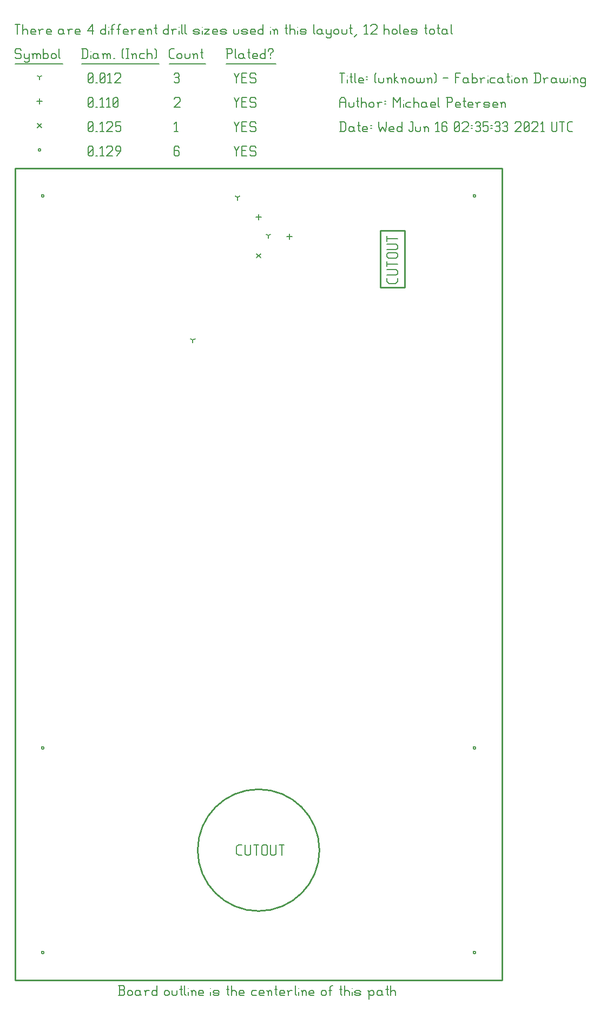
<source format=gbr>
G04 start of page 12 for group -3984 idx -3984 *
G04 Title: (unknown), fab *
G04 Creator: pcb 4.0.2 *
G04 CreationDate: Wed Jun 16 02:35:33 2021 UTC *
G04 For: railfan *
G04 Format: Gerber/RS-274X *
G04 PCB-Dimensions (mil): 3000.00 5000.00 *
G04 PCB-Coordinate-Origin: lower left *
%MOIN*%
%FSLAX25Y25*%
%LNFAB*%
%ADD59C,0.0065*%
%ADD58C,0.0100*%
%ADD57C,0.0075*%
%ADD56C,0.0060*%
%ADD55R,0.0080X0.0080*%
G54D55*X16200Y483000D02*G75*G03X17800Y483000I800J0D01*G01*
G75*G03X16200Y483000I-800J0D01*G01*
X282200D02*G75*G03X283800Y483000I800J0D01*G01*
G75*G03X282200Y483000I-800J0D01*G01*
X16200Y17000D02*G75*G03X17800Y17000I800J0D01*G01*
G75*G03X16200Y17000I-800J0D01*G01*
X282200D02*G75*G03X283800Y17000I800J0D01*G01*
G75*G03X282200Y17000I-800J0D01*G01*
X16200Y143000D02*G75*G03X17800Y143000I800J0D01*G01*
G75*G03X16200Y143000I-800J0D01*G01*
X282200D02*G75*G03X283800Y143000I800J0D01*G01*
G75*G03X282200Y143000I-800J0D01*G01*
X14200Y511250D02*G75*G03X15800Y511250I800J0D01*G01*
G75*G03X14200Y511250I-800J0D01*G01*
G54D56*X135000Y513500D02*X136500Y510500D01*
X138000Y513500D01*
X136500Y510500D02*Y507500D01*
X139800Y510800D02*X142050D01*
X139800Y507500D02*X142800D01*
X139800Y513500D02*Y507500D01*
Y513500D02*X142800D01*
X147600D02*X148350Y512750D01*
X145350Y513500D02*X147600D01*
X144600Y512750D02*X145350Y513500D01*
X144600Y512750D02*Y511250D01*
X145350Y510500D01*
X147600D01*
X148350Y509750D01*
Y508250D01*
X147600Y507500D02*X148350Y508250D01*
X145350Y507500D02*X147600D01*
X144600Y508250D02*X145350Y507500D01*
X100250Y513500D02*X101000Y512750D01*
X98750Y513500D02*X100250D01*
X98000Y512750D02*X98750Y513500D01*
X98000Y512750D02*Y508250D01*
X98750Y507500D01*
X100250Y510800D02*X101000Y510050D01*
X98000Y510800D02*X100250D01*
X98750Y507500D02*X100250D01*
X101000Y508250D01*
Y510050D02*Y508250D01*
X45000D02*X45750Y507500D01*
X45000Y512750D02*Y508250D01*
Y512750D02*X45750Y513500D01*
X47250D01*
X48000Y512750D01*
Y508250D01*
X47250Y507500D02*X48000Y508250D01*
X45750Y507500D02*X47250D01*
X45000Y509000D02*X48000Y512000D01*
X49800Y507500D02*X50550D01*
X52350Y512300D02*X53550Y513500D01*
Y507500D01*
X52350D02*X54600D01*
X56400Y512750D02*X57150Y513500D01*
X59400D01*
X60150Y512750D01*
Y511250D01*
X56400Y507500D02*X60150Y511250D01*
X56400Y507500D02*X60150D01*
X62700D02*X64950Y510500D01*
Y512750D02*Y510500D01*
X64200Y513500D02*X64950Y512750D01*
X62700Y513500D02*X64200D01*
X61950Y512750D02*X62700Y513500D01*
X61950Y512750D02*Y511250D01*
X62700Y510500D01*
X64950D01*
X148800Y447200D02*X151200Y444800D01*
X148800D02*X151200Y447200D01*
X13800Y527450D02*X16200Y525050D01*
X13800D02*X16200Y527450D01*
X135000Y528500D02*X136500Y525500D01*
X138000Y528500D01*
X136500Y525500D02*Y522500D01*
X139800Y525800D02*X142050D01*
X139800Y522500D02*X142800D01*
X139800Y528500D02*Y522500D01*
Y528500D02*X142800D01*
X147600D02*X148350Y527750D01*
X145350Y528500D02*X147600D01*
X144600Y527750D02*X145350Y528500D01*
X144600Y527750D02*Y526250D01*
X145350Y525500D01*
X147600D01*
X148350Y524750D01*
Y523250D01*
X147600Y522500D02*X148350Y523250D01*
X145350Y522500D02*X147600D01*
X144600Y523250D02*X145350Y522500D01*
X98000Y527300D02*X99200Y528500D01*
Y522500D01*
X98000D02*X100250D01*
X45000Y523250D02*X45750Y522500D01*
X45000Y527750D02*Y523250D01*
Y527750D02*X45750Y528500D01*
X47250D01*
X48000Y527750D01*
Y523250D01*
X47250Y522500D02*X48000Y523250D01*
X45750Y522500D02*X47250D01*
X45000Y524000D02*X48000Y527000D01*
X49800Y522500D02*X50550D01*
X52350Y527300D02*X53550Y528500D01*
Y522500D01*
X52350D02*X54600D01*
X56400Y527750D02*X57150Y528500D01*
X59400D01*
X60150Y527750D01*
Y526250D01*
X56400Y522500D02*X60150Y526250D01*
X56400Y522500D02*X60150D01*
X61950Y528500D02*X64950D01*
X61950D02*Y525500D01*
X62700Y526250D01*
X64200D01*
X64950Y525500D01*
Y523250D01*
X64200Y522500D02*X64950Y523250D01*
X62700Y522500D02*X64200D01*
X61950Y523250D02*X62700Y522500D01*
X150000Y471600D02*Y468400D01*
X148400Y470000D02*X151600D01*
X169000Y459600D02*Y456400D01*
X167400Y458000D02*X170600D01*
X15000Y542850D02*Y539650D01*
X13400Y541250D02*X16600D01*
X135000Y543500D02*X136500Y540500D01*
X138000Y543500D01*
X136500Y540500D02*Y537500D01*
X139800Y540800D02*X142050D01*
X139800Y537500D02*X142800D01*
X139800Y543500D02*Y537500D01*
Y543500D02*X142800D01*
X147600D02*X148350Y542750D01*
X145350Y543500D02*X147600D01*
X144600Y542750D02*X145350Y543500D01*
X144600Y542750D02*Y541250D01*
X145350Y540500D01*
X147600D01*
X148350Y539750D01*
Y538250D01*
X147600Y537500D02*X148350Y538250D01*
X145350Y537500D02*X147600D01*
X144600Y538250D02*X145350Y537500D01*
X98000Y542750D02*X98750Y543500D01*
X101000D01*
X101750Y542750D01*
Y541250D01*
X98000Y537500D02*X101750Y541250D01*
X98000Y537500D02*X101750D01*
X45000Y538250D02*X45750Y537500D01*
X45000Y542750D02*Y538250D01*
Y542750D02*X45750Y543500D01*
X47250D01*
X48000Y542750D01*
Y538250D01*
X47250Y537500D02*X48000Y538250D01*
X45750Y537500D02*X47250D01*
X45000Y539000D02*X48000Y542000D01*
X49800Y537500D02*X50550D01*
X52350Y542300D02*X53550Y543500D01*
Y537500D01*
X52350D02*X54600D01*
X56400Y542300D02*X57600Y543500D01*
Y537500D01*
X56400D02*X58650D01*
X60450Y538250D02*X61200Y537500D01*
X60450Y542750D02*Y538250D01*
Y542750D02*X61200Y543500D01*
X62700D01*
X63450Y542750D01*
Y538250D01*
X62700Y537500D02*X63450Y538250D01*
X61200Y537500D02*X62700D01*
X60450Y539000D02*X63450Y542000D01*
X109500Y394094D02*Y392494D01*
Y394094D02*X110887Y394894D01*
X109500Y394094D02*X108113Y394894D01*
X156000Y458500D02*Y456900D01*
Y458500D02*X157387Y459300D01*
X156000Y458500D02*X154613Y459300D01*
X137000Y482000D02*Y480400D01*
Y482000D02*X138387Y482800D01*
X137000Y482000D02*X135613Y482800D01*
X15000Y556250D02*Y554650D01*
Y556250D02*X16387Y557050D01*
X15000Y556250D02*X13613Y557050D01*
X135000Y558500D02*X136500Y555500D01*
X138000Y558500D01*
X136500Y555500D02*Y552500D01*
X139800Y555800D02*X142050D01*
X139800Y552500D02*X142800D01*
X139800Y558500D02*Y552500D01*
Y558500D02*X142800D01*
X147600D02*X148350Y557750D01*
X145350Y558500D02*X147600D01*
X144600Y557750D02*X145350Y558500D01*
X144600Y557750D02*Y556250D01*
X145350Y555500D01*
X147600D01*
X148350Y554750D01*
Y553250D01*
X147600Y552500D02*X148350Y553250D01*
X145350Y552500D02*X147600D01*
X144600Y553250D02*X145350Y552500D01*
X98000Y557750D02*X98750Y558500D01*
X100250D01*
X101000Y557750D01*
X100250Y552500D02*X101000Y553250D01*
X98750Y552500D02*X100250D01*
X98000Y553250D02*X98750Y552500D01*
Y555800D02*X100250D01*
X101000Y557750D02*Y556550D01*
Y555050D02*Y553250D01*
Y555050D02*X100250Y555800D01*
X101000Y556550D02*X100250Y555800D01*
X45000Y553250D02*X45750Y552500D01*
X45000Y557750D02*Y553250D01*
Y557750D02*X45750Y558500D01*
X47250D01*
X48000Y557750D01*
Y553250D01*
X47250Y552500D02*X48000Y553250D01*
X45750Y552500D02*X47250D01*
X45000Y554000D02*X48000Y557000D01*
X49800Y552500D02*X50550D01*
X52350Y553250D02*X53100Y552500D01*
X52350Y557750D02*Y553250D01*
Y557750D02*X53100Y558500D01*
X54600D01*
X55350Y557750D01*
Y553250D01*
X54600Y552500D02*X55350Y553250D01*
X53100Y552500D02*X54600D01*
X52350Y554000D02*X55350Y557000D01*
X57150Y557300D02*X58350Y558500D01*
Y552500D01*
X57150D02*X59400D01*
X61200Y557750D02*X61950Y558500D01*
X64200D01*
X64950Y557750D01*
Y556250D01*
X61200Y552500D02*X64950Y556250D01*
X61200Y552500D02*X64950D01*
X3000Y573500D02*X3750Y572750D01*
X750Y573500D02*X3000D01*
X0Y572750D02*X750Y573500D01*
X0Y572750D02*Y571250D01*
X750Y570500D01*
X3000D01*
X3750Y569750D01*
Y568250D01*
X3000Y567500D02*X3750Y568250D01*
X750Y567500D02*X3000D01*
X0Y568250D02*X750Y567500D01*
X5550Y570500D02*Y568250D01*
X6300Y567500D01*
X8550Y570500D02*Y566000D01*
X7800Y565250D02*X8550Y566000D01*
X6300Y565250D02*X7800D01*
X5550Y566000D02*X6300Y565250D01*
Y567500D02*X7800D01*
X8550Y568250D01*
X11100Y569750D02*Y567500D01*
Y569750D02*X11850Y570500D01*
X12600D01*
X13350Y569750D01*
Y567500D01*
Y569750D02*X14100Y570500D01*
X14850D01*
X15600Y569750D01*
Y567500D01*
X10350Y570500D02*X11100Y569750D01*
X17400Y573500D02*Y567500D01*
Y568250D02*X18150Y567500D01*
X19650D01*
X20400Y568250D01*
Y569750D02*Y568250D01*
X19650Y570500D02*X20400Y569750D01*
X18150Y570500D02*X19650D01*
X17400Y569750D02*X18150Y570500D01*
X22200Y569750D02*Y568250D01*
Y569750D02*X22950Y570500D01*
X24450D01*
X25200Y569750D01*
Y568250D01*
X24450Y567500D02*X25200Y568250D01*
X22950Y567500D02*X24450D01*
X22200Y568250D02*X22950Y567500D01*
X27000Y573500D02*Y568250D01*
X27750Y567500D01*
X0Y564250D02*X29250D01*
X41750Y573500D02*Y567500D01*
X43700Y573500D02*X44750Y572450D01*
Y568550D01*
X43700Y567500D02*X44750Y568550D01*
X41000Y567500D02*X43700D01*
X41000Y573500D02*X43700D01*
G54D57*X46550Y572000D02*Y571850D01*
G54D56*Y569750D02*Y567500D01*
X50300Y570500D02*X51050Y569750D01*
X48800Y570500D02*X50300D01*
X48050Y569750D02*X48800Y570500D01*
X48050Y569750D02*Y568250D01*
X48800Y567500D01*
X51050Y570500D02*Y568250D01*
X51800Y567500D01*
X48800D02*X50300D01*
X51050Y568250D01*
X54350Y569750D02*Y567500D01*
Y569750D02*X55100Y570500D01*
X55850D01*
X56600Y569750D01*
Y567500D01*
Y569750D02*X57350Y570500D01*
X58100D01*
X58850Y569750D01*
Y567500D01*
X53600Y570500D02*X54350Y569750D01*
X60650Y567500D02*X61400D01*
X65900Y568250D02*X66650Y567500D01*
X65900Y572750D02*X66650Y573500D01*
X65900Y572750D02*Y568250D01*
X68450Y573500D02*X69950D01*
X69200D02*Y567500D01*
X68450D02*X69950D01*
X72500Y569750D02*Y567500D01*
Y569750D02*X73250Y570500D01*
X74000D01*
X74750Y569750D01*
Y567500D01*
X71750Y570500D02*X72500Y569750D01*
X77300Y570500D02*X79550D01*
X76550Y569750D02*X77300Y570500D01*
X76550Y569750D02*Y568250D01*
X77300Y567500D01*
X79550D01*
X81350Y573500D02*Y567500D01*
Y569750D02*X82100Y570500D01*
X83600D01*
X84350Y569750D01*
Y567500D01*
X86150Y573500D02*X86900Y572750D01*
Y568250D01*
X86150Y567500D02*X86900Y568250D01*
X41000Y564250D02*X88700D01*
X96050Y567500D02*X98000D01*
X95000Y568550D02*X96050Y567500D01*
X95000Y572450D02*Y568550D01*
Y572450D02*X96050Y573500D01*
X98000D01*
X99800Y569750D02*Y568250D01*
Y569750D02*X100550Y570500D01*
X102050D01*
X102800Y569750D01*
Y568250D01*
X102050Y567500D02*X102800Y568250D01*
X100550Y567500D02*X102050D01*
X99800Y568250D02*X100550Y567500D01*
X104600Y570500D02*Y568250D01*
X105350Y567500D01*
X106850D01*
X107600Y568250D01*
Y570500D02*Y568250D01*
X110150Y569750D02*Y567500D01*
Y569750D02*X110900Y570500D01*
X111650D01*
X112400Y569750D01*
Y567500D01*
X109400Y570500D02*X110150Y569750D01*
X114950Y573500D02*Y568250D01*
X115700Y567500D01*
X114200Y571250D02*X115700D01*
X95000Y564250D02*X117200D01*
X130750Y573500D02*Y567500D01*
X130000Y573500D02*X133000D01*
X133750Y572750D01*
Y571250D01*
X133000Y570500D02*X133750Y571250D01*
X130750Y570500D02*X133000D01*
X135550Y573500D02*Y568250D01*
X136300Y567500D01*
X140050Y570500D02*X140800Y569750D01*
X138550Y570500D02*X140050D01*
X137800Y569750D02*X138550Y570500D01*
X137800Y569750D02*Y568250D01*
X138550Y567500D01*
X140800Y570500D02*Y568250D01*
X141550Y567500D01*
X138550D02*X140050D01*
X140800Y568250D01*
X144100Y573500D02*Y568250D01*
X144850Y567500D01*
X143350Y571250D02*X144850D01*
X147100Y567500D02*X149350D01*
X146350Y568250D02*X147100Y567500D01*
X146350Y569750D02*Y568250D01*
Y569750D02*X147100Y570500D01*
X148600D01*
X149350Y569750D01*
X146350Y569000D02*X149350D01*
Y569750D02*Y569000D01*
X154150Y573500D02*Y567500D01*
X153400D02*X154150Y568250D01*
X151900Y567500D02*X153400D01*
X151150Y568250D02*X151900Y567500D01*
X151150Y569750D02*Y568250D01*
Y569750D02*X151900Y570500D01*
X153400D01*
X154150Y569750D01*
X157450Y570500D02*Y569750D01*
Y568250D02*Y567500D01*
X155950Y572750D02*Y572000D01*
Y572750D02*X156700Y573500D01*
X158200D01*
X158950Y572750D01*
Y572000D01*
X157450Y570500D02*X158950Y572000D01*
X130000Y564250D02*X160750D01*
X0Y588500D02*X3000D01*
X1500D02*Y582500D01*
X4800Y588500D02*Y582500D01*
Y584750D02*X5550Y585500D01*
X7050D01*
X7800Y584750D01*
Y582500D01*
X10350D02*X12600D01*
X9600Y583250D02*X10350Y582500D01*
X9600Y584750D02*Y583250D01*
Y584750D02*X10350Y585500D01*
X11850D01*
X12600Y584750D01*
X9600Y584000D02*X12600D01*
Y584750D02*Y584000D01*
X15150Y584750D02*Y582500D01*
Y584750D02*X15900Y585500D01*
X17400D01*
X14400D02*X15150Y584750D01*
X19950Y582500D02*X22200D01*
X19200Y583250D02*X19950Y582500D01*
X19200Y584750D02*Y583250D01*
Y584750D02*X19950Y585500D01*
X21450D01*
X22200Y584750D01*
X19200Y584000D02*X22200D01*
Y584750D02*Y584000D01*
X28950Y585500D02*X29700Y584750D01*
X27450Y585500D02*X28950D01*
X26700Y584750D02*X27450Y585500D01*
X26700Y584750D02*Y583250D01*
X27450Y582500D01*
X29700Y585500D02*Y583250D01*
X30450Y582500D01*
X27450D02*X28950D01*
X29700Y583250D01*
X33000Y584750D02*Y582500D01*
Y584750D02*X33750Y585500D01*
X35250D01*
X32250D02*X33000Y584750D01*
X37800Y582500D02*X40050D01*
X37050Y583250D02*X37800Y582500D01*
X37050Y584750D02*Y583250D01*
Y584750D02*X37800Y585500D01*
X39300D01*
X40050Y584750D01*
X37050Y584000D02*X40050D01*
Y584750D02*Y584000D01*
X44550Y584750D02*X47550Y588500D01*
X44550Y584750D02*X48300D01*
X47550Y588500D02*Y582500D01*
X55800Y588500D02*Y582500D01*
X55050D02*X55800Y583250D01*
X53550Y582500D02*X55050D01*
X52800Y583250D02*X53550Y582500D01*
X52800Y584750D02*Y583250D01*
Y584750D02*X53550Y585500D01*
X55050D01*
X55800Y584750D01*
G54D57*X57600Y587000D02*Y586850D01*
G54D56*Y584750D02*Y582500D01*
X59850Y587750D02*Y582500D01*
Y587750D02*X60600Y588500D01*
X61350D01*
X59100Y585500D02*X60600D01*
X63600Y587750D02*Y582500D01*
Y587750D02*X64350Y588500D01*
X65100D01*
X62850Y585500D02*X64350D01*
X67350Y582500D02*X69600D01*
X66600Y583250D02*X67350Y582500D01*
X66600Y584750D02*Y583250D01*
Y584750D02*X67350Y585500D01*
X68850D01*
X69600Y584750D01*
X66600Y584000D02*X69600D01*
Y584750D02*Y584000D01*
X72150Y584750D02*Y582500D01*
Y584750D02*X72900Y585500D01*
X74400D01*
X71400D02*X72150Y584750D01*
X76950Y582500D02*X79200D01*
X76200Y583250D02*X76950Y582500D01*
X76200Y584750D02*Y583250D01*
Y584750D02*X76950Y585500D01*
X78450D01*
X79200Y584750D01*
X76200Y584000D02*X79200D01*
Y584750D02*Y584000D01*
X81750Y584750D02*Y582500D01*
Y584750D02*X82500Y585500D01*
X83250D01*
X84000Y584750D01*
Y582500D01*
X81000Y585500D02*X81750Y584750D01*
X86550Y588500D02*Y583250D01*
X87300Y582500D01*
X85800Y586250D02*X87300D01*
X94500Y588500D02*Y582500D01*
X93750D02*X94500Y583250D01*
X92250Y582500D02*X93750D01*
X91500Y583250D02*X92250Y582500D01*
X91500Y584750D02*Y583250D01*
Y584750D02*X92250Y585500D01*
X93750D01*
X94500Y584750D01*
X97050D02*Y582500D01*
Y584750D02*X97800Y585500D01*
X99300D01*
X96300D02*X97050Y584750D01*
G54D57*X101100Y587000D02*Y586850D01*
G54D56*Y584750D02*Y582500D01*
X102600Y588500D02*Y583250D01*
X103350Y582500D01*
X104850Y588500D02*Y583250D01*
X105600Y582500D01*
X110550D02*X112800D01*
X113550Y583250D01*
X112800Y584000D02*X113550Y583250D01*
X110550Y584000D02*X112800D01*
X109800Y584750D02*X110550Y584000D01*
X109800Y584750D02*X110550Y585500D01*
X112800D01*
X113550Y584750D01*
X109800Y583250D02*X110550Y582500D01*
G54D57*X115350Y587000D02*Y586850D01*
G54D56*Y584750D02*Y582500D01*
X116850Y585500D02*X119850D01*
X116850Y582500D02*X119850Y585500D01*
X116850Y582500D02*X119850D01*
X122400D02*X124650D01*
X121650Y583250D02*X122400Y582500D01*
X121650Y584750D02*Y583250D01*
Y584750D02*X122400Y585500D01*
X123900D01*
X124650Y584750D01*
X121650Y584000D02*X124650D01*
Y584750D02*Y584000D01*
X127200Y582500D02*X129450D01*
X130200Y583250D01*
X129450Y584000D02*X130200Y583250D01*
X127200Y584000D02*X129450D01*
X126450Y584750D02*X127200Y584000D01*
X126450Y584750D02*X127200Y585500D01*
X129450D01*
X130200Y584750D01*
X126450Y583250D02*X127200Y582500D01*
X134700Y585500D02*Y583250D01*
X135450Y582500D01*
X136950D01*
X137700Y583250D01*
Y585500D02*Y583250D01*
X140250Y582500D02*X142500D01*
X143250Y583250D01*
X142500Y584000D02*X143250Y583250D01*
X140250Y584000D02*X142500D01*
X139500Y584750D02*X140250Y584000D01*
X139500Y584750D02*X140250Y585500D01*
X142500D01*
X143250Y584750D01*
X139500Y583250D02*X140250Y582500D01*
X145800D02*X148050D01*
X145050Y583250D02*X145800Y582500D01*
X145050Y584750D02*Y583250D01*
Y584750D02*X145800Y585500D01*
X147300D01*
X148050Y584750D01*
X145050Y584000D02*X148050D01*
Y584750D02*Y584000D01*
X152850Y588500D02*Y582500D01*
X152100D02*X152850Y583250D01*
X150600Y582500D02*X152100D01*
X149850Y583250D02*X150600Y582500D01*
X149850Y584750D02*Y583250D01*
Y584750D02*X150600Y585500D01*
X152100D01*
X152850Y584750D01*
G54D57*X157350Y587000D02*Y586850D01*
G54D56*Y584750D02*Y582500D01*
X159600Y584750D02*Y582500D01*
Y584750D02*X160350Y585500D01*
X161100D01*
X161850Y584750D01*
Y582500D01*
X158850Y585500D02*X159600Y584750D01*
X167100Y588500D02*Y583250D01*
X167850Y582500D01*
X166350Y586250D02*X167850D01*
X169350Y588500D02*Y582500D01*
Y584750D02*X170100Y585500D01*
X171600D01*
X172350Y584750D01*
Y582500D01*
G54D57*X174150Y587000D02*Y586850D01*
G54D56*Y584750D02*Y582500D01*
X176400D02*X178650D01*
X179400Y583250D01*
X178650Y584000D02*X179400Y583250D01*
X176400Y584000D02*X178650D01*
X175650Y584750D02*X176400Y584000D01*
X175650Y584750D02*X176400Y585500D01*
X178650D01*
X179400Y584750D01*
X175650Y583250D02*X176400Y582500D01*
X183900Y588500D02*Y583250D01*
X184650Y582500D01*
X188400Y585500D02*X189150Y584750D01*
X186900Y585500D02*X188400D01*
X186150Y584750D02*X186900Y585500D01*
X186150Y584750D02*Y583250D01*
X186900Y582500D01*
X189150Y585500D02*Y583250D01*
X189900Y582500D01*
X186900D02*X188400D01*
X189150Y583250D01*
X191700Y585500D02*Y583250D01*
X192450Y582500D01*
X194700Y585500D02*Y581000D01*
X193950Y580250D02*X194700Y581000D01*
X192450Y580250D02*X193950D01*
X191700Y581000D02*X192450Y580250D01*
Y582500D02*X193950D01*
X194700Y583250D01*
X196500Y584750D02*Y583250D01*
Y584750D02*X197250Y585500D01*
X198750D01*
X199500Y584750D01*
Y583250D01*
X198750Y582500D02*X199500Y583250D01*
X197250Y582500D02*X198750D01*
X196500Y583250D02*X197250Y582500D01*
X201300Y585500D02*Y583250D01*
X202050Y582500D01*
X203550D01*
X204300Y583250D01*
Y585500D02*Y583250D01*
X206850Y588500D02*Y583250D01*
X207600Y582500D01*
X206100Y586250D02*X207600D01*
X209100Y581000D02*X210600Y582500D01*
X215100Y587300D02*X216300Y588500D01*
Y582500D01*
X215100D02*X217350D01*
X219150Y587750D02*X219900Y588500D01*
X222150D01*
X222900Y587750D01*
Y586250D01*
X219150Y582500D02*X222900Y586250D01*
X219150Y582500D02*X222900D01*
X227400Y588500D02*Y582500D01*
Y584750D02*X228150Y585500D01*
X229650D01*
X230400Y584750D01*
Y582500D01*
X232200Y584750D02*Y583250D01*
Y584750D02*X232950Y585500D01*
X234450D01*
X235200Y584750D01*
Y583250D01*
X234450Y582500D02*X235200Y583250D01*
X232950Y582500D02*X234450D01*
X232200Y583250D02*X232950Y582500D01*
X237000Y588500D02*Y583250D01*
X237750Y582500D01*
X240000D02*X242250D01*
X239250Y583250D02*X240000Y582500D01*
X239250Y584750D02*Y583250D01*
Y584750D02*X240000Y585500D01*
X241500D01*
X242250Y584750D01*
X239250Y584000D02*X242250D01*
Y584750D02*Y584000D01*
X244800Y582500D02*X247050D01*
X247800Y583250D01*
X247050Y584000D02*X247800Y583250D01*
X244800Y584000D02*X247050D01*
X244050Y584750D02*X244800Y584000D01*
X244050Y584750D02*X244800Y585500D01*
X247050D01*
X247800Y584750D01*
X244050Y583250D02*X244800Y582500D01*
X253050Y588500D02*Y583250D01*
X253800Y582500D01*
X252300Y586250D02*X253800D01*
X255300Y584750D02*Y583250D01*
Y584750D02*X256050Y585500D01*
X257550D01*
X258300Y584750D01*
Y583250D01*
X257550Y582500D02*X258300Y583250D01*
X256050Y582500D02*X257550D01*
X255300Y583250D02*X256050Y582500D01*
X260850Y588500D02*Y583250D01*
X261600Y582500D01*
X260100Y586250D02*X261600D01*
X265350Y585500D02*X266100Y584750D01*
X263850Y585500D02*X265350D01*
X263100Y584750D02*X263850Y585500D01*
X263100Y584750D02*Y583250D01*
X263850Y582500D01*
X266100Y585500D02*Y583250D01*
X266850Y582500D01*
X263850D02*X265350D01*
X266100Y583250D01*
X268650Y588500D02*Y583250D01*
X269400Y582500D01*
G54D58*X0Y500000D02*Y0D01*
X300000D01*
Y500000D01*
X0D01*
X225000Y461500D02*Y426500D01*
X240000D01*
Y461500D01*
X225000D01*
X150000Y42500D02*G75*G03X150000Y42500I0J37500D01*G01*
G54D59*X137641Y76850D02*X139760D01*
X136500Y77991D02*X137641Y76850D01*
X136500Y82229D02*Y77991D01*
Y82229D02*X137641Y83370D01*
X139760D01*
X141716D02*Y77665D01*
X142531Y76850D01*
X144161D01*
X144976Y77665D01*
Y83370D02*Y77665D01*
X146932Y83370D02*X150192D01*
X148562D02*Y76850D01*
X152148Y82555D02*Y77665D01*
Y82555D02*X152963Y83370D01*
X154593D01*
X155408Y82555D01*
Y77665D01*
X154593Y76850D02*X155408Y77665D01*
X152963Y76850D02*X154593D01*
X152148Y77665D02*X152963Y76850D01*
X157364Y83370D02*Y77665D01*
X158179Y76850D01*
X159809D01*
X160624Y77665D01*
Y83370D02*Y77665D01*
X162580Y83370D02*X165840D01*
X164210D02*Y76850D01*
X235650Y432260D02*Y430141D01*
X234509Y429000D02*X235650Y430141D01*
X230271Y429000D02*X234509D01*
X230271D02*X229130Y430141D01*
Y432260D02*Y430141D01*
Y434216D02*X234835D01*
X235650Y435031D01*
Y436661D02*Y435031D01*
Y436661D02*X234835Y437476D01*
X229130D02*X234835D01*
X229130Y442692D02*Y439432D01*
Y441062D02*X235650D01*
X229945Y444648D02*X234835D01*
X229945D02*X229130Y445463D01*
Y447093D02*Y445463D01*
Y447093D02*X229945Y447908D01*
X234835D01*
X235650Y447093D02*X234835Y447908D01*
X235650Y447093D02*Y445463D01*
X234835Y444648D02*X235650Y445463D01*
X229130Y449864D02*X234835D01*
X235650Y450679D01*
Y452309D02*Y450679D01*
Y452309D02*X234835Y453124D01*
X229130D02*X234835D01*
X229130Y458340D02*Y455080D01*
Y456710D02*X235650D01*
G54D56*X63675Y-9500D02*X66675D01*
X67425Y-8750D01*
Y-6950D02*Y-8750D01*
X66675Y-6200D02*X67425Y-6950D01*
X64425Y-6200D02*X66675D01*
X64425Y-3500D02*Y-9500D01*
X63675Y-3500D02*X66675D01*
X67425Y-4250D01*
Y-5450D01*
X66675Y-6200D02*X67425Y-5450D01*
X69225Y-7250D02*Y-8750D01*
Y-7250D02*X69975Y-6500D01*
X71475D01*
X72225Y-7250D01*
Y-8750D01*
X71475Y-9500D02*X72225Y-8750D01*
X69975Y-9500D02*X71475D01*
X69225Y-8750D02*X69975Y-9500D01*
X76275Y-6500D02*X77025Y-7250D01*
X74775Y-6500D02*X76275D01*
X74025Y-7250D02*X74775Y-6500D01*
X74025Y-7250D02*Y-8750D01*
X74775Y-9500D01*
X77025Y-6500D02*Y-8750D01*
X77775Y-9500D01*
X74775D02*X76275D01*
X77025Y-8750D01*
X80325Y-7250D02*Y-9500D01*
Y-7250D02*X81075Y-6500D01*
X82575D01*
X79575D02*X80325Y-7250D01*
X87375Y-3500D02*Y-9500D01*
X86625D02*X87375Y-8750D01*
X85125Y-9500D02*X86625D01*
X84375Y-8750D02*X85125Y-9500D01*
X84375Y-7250D02*Y-8750D01*
Y-7250D02*X85125Y-6500D01*
X86625D01*
X87375Y-7250D01*
X91875D02*Y-8750D01*
Y-7250D02*X92625Y-6500D01*
X94125D01*
X94875Y-7250D01*
Y-8750D01*
X94125Y-9500D02*X94875Y-8750D01*
X92625Y-9500D02*X94125D01*
X91875Y-8750D02*X92625Y-9500D01*
X96675Y-6500D02*Y-8750D01*
X97425Y-9500D01*
X98925D01*
X99675Y-8750D01*
Y-6500D02*Y-8750D01*
X102225Y-3500D02*Y-8750D01*
X102975Y-9500D01*
X101475Y-5750D02*X102975D01*
X104475Y-3500D02*Y-8750D01*
X105225Y-9500D01*
G54D57*X106725Y-5000D02*Y-5150D01*
G54D56*Y-7250D02*Y-9500D01*
X108975Y-7250D02*Y-9500D01*
Y-7250D02*X109725Y-6500D01*
X110475D01*
X111225Y-7250D01*
Y-9500D01*
X108225Y-6500D02*X108975Y-7250D01*
X113775Y-9500D02*X116025D01*
X113025Y-8750D02*X113775Y-9500D01*
X113025Y-7250D02*Y-8750D01*
Y-7250D02*X113775Y-6500D01*
X115275D01*
X116025Y-7250D01*
X113025Y-8000D02*X116025D01*
Y-7250D02*Y-8000D01*
G54D57*X120525Y-5000D02*Y-5150D01*
G54D56*Y-7250D02*Y-9500D01*
X122775D02*X125025D01*
X125775Y-8750D01*
X125025Y-8000D02*X125775Y-8750D01*
X122775Y-8000D02*X125025D01*
X122025Y-7250D02*X122775Y-8000D01*
X122025Y-7250D02*X122775Y-6500D01*
X125025D01*
X125775Y-7250D01*
X122025Y-8750D02*X122775Y-9500D01*
X131025Y-3500D02*Y-8750D01*
X131775Y-9500D01*
X130275Y-5750D02*X131775D01*
X133275Y-3500D02*Y-9500D01*
Y-7250D02*X134025Y-6500D01*
X135525D01*
X136275Y-7250D01*
Y-9500D01*
X138825D02*X141075D01*
X138075Y-8750D02*X138825Y-9500D01*
X138075Y-7250D02*Y-8750D01*
Y-7250D02*X138825Y-6500D01*
X140325D01*
X141075Y-7250D01*
X138075Y-8000D02*X141075D01*
Y-7250D02*Y-8000D01*
X146325Y-6500D02*X148575D01*
X145575Y-7250D02*X146325Y-6500D01*
X145575Y-7250D02*Y-8750D01*
X146325Y-9500D01*
X148575D01*
X151125D02*X153375D01*
X150375Y-8750D02*X151125Y-9500D01*
X150375Y-7250D02*Y-8750D01*
Y-7250D02*X151125Y-6500D01*
X152625D01*
X153375Y-7250D01*
X150375Y-8000D02*X153375D01*
Y-7250D02*Y-8000D01*
X155925Y-7250D02*Y-9500D01*
Y-7250D02*X156675Y-6500D01*
X157425D01*
X158175Y-7250D01*
Y-9500D01*
X155175Y-6500D02*X155925Y-7250D01*
X160725Y-3500D02*Y-8750D01*
X161475Y-9500D01*
X159975Y-5750D02*X161475D01*
X163725Y-9500D02*X165975D01*
X162975Y-8750D02*X163725Y-9500D01*
X162975Y-7250D02*Y-8750D01*
Y-7250D02*X163725Y-6500D01*
X165225D01*
X165975Y-7250D01*
X162975Y-8000D02*X165975D01*
Y-7250D02*Y-8000D01*
X168525Y-7250D02*Y-9500D01*
Y-7250D02*X169275Y-6500D01*
X170775D01*
X167775D02*X168525Y-7250D01*
X172575Y-3500D02*Y-8750D01*
X173325Y-9500D01*
G54D57*X174825Y-5000D02*Y-5150D01*
G54D56*Y-7250D02*Y-9500D01*
X177075Y-7250D02*Y-9500D01*
Y-7250D02*X177825Y-6500D01*
X178575D01*
X179325Y-7250D01*
Y-9500D01*
X176325Y-6500D02*X177075Y-7250D01*
X181875Y-9500D02*X184125D01*
X181125Y-8750D02*X181875Y-9500D01*
X181125Y-7250D02*Y-8750D01*
Y-7250D02*X181875Y-6500D01*
X183375D01*
X184125Y-7250D01*
X181125Y-8000D02*X184125D01*
Y-7250D02*Y-8000D01*
X188625Y-7250D02*Y-8750D01*
Y-7250D02*X189375Y-6500D01*
X190875D01*
X191625Y-7250D01*
Y-8750D01*
X190875Y-9500D02*X191625Y-8750D01*
X189375Y-9500D02*X190875D01*
X188625Y-8750D02*X189375Y-9500D01*
X194175Y-4250D02*Y-9500D01*
Y-4250D02*X194925Y-3500D01*
X195675D01*
X193425Y-6500D02*X194925D01*
X200625Y-3500D02*Y-8750D01*
X201375Y-9500D01*
X199875Y-5750D02*X201375D01*
X202875Y-3500D02*Y-9500D01*
Y-7250D02*X203625Y-6500D01*
X205125D01*
X205875Y-7250D01*
Y-9500D01*
G54D57*X207675Y-5000D02*Y-5150D01*
G54D56*Y-7250D02*Y-9500D01*
X209925D02*X212175D01*
X212925Y-8750D01*
X212175Y-8000D02*X212925Y-8750D01*
X209925Y-8000D02*X212175D01*
X209175Y-7250D02*X209925Y-8000D01*
X209175Y-7250D02*X209925Y-6500D01*
X212175D01*
X212925Y-7250D01*
X209175Y-8750D02*X209925Y-9500D01*
X218175Y-7250D02*Y-11750D01*
X217425Y-6500D02*X218175Y-7250D01*
X218925Y-6500D01*
X220425D01*
X221175Y-7250D01*
Y-8750D01*
X220425Y-9500D02*X221175Y-8750D01*
X218925Y-9500D02*X220425D01*
X218175Y-8750D02*X218925Y-9500D01*
X225225Y-6500D02*X225975Y-7250D01*
X223725Y-6500D02*X225225D01*
X222975Y-7250D02*X223725Y-6500D01*
X222975Y-7250D02*Y-8750D01*
X223725Y-9500D01*
X225975Y-6500D02*Y-8750D01*
X226725Y-9500D01*
X223725D02*X225225D01*
X225975Y-8750D01*
X229275Y-3500D02*Y-8750D01*
X230025Y-9500D01*
X228525Y-5750D02*X230025D01*
X231525Y-3500D02*Y-9500D01*
Y-7250D02*X232275Y-6500D01*
X233775D01*
X234525Y-7250D01*
Y-9500D01*
X200750Y528500D02*Y522500D01*
X202700Y528500D02*X203750Y527450D01*
Y523550D01*
X202700Y522500D02*X203750Y523550D01*
X200000Y522500D02*X202700D01*
X200000Y528500D02*X202700D01*
X207800Y525500D02*X208550Y524750D01*
X206300Y525500D02*X207800D01*
X205550Y524750D02*X206300Y525500D01*
X205550Y524750D02*Y523250D01*
X206300Y522500D01*
X208550Y525500D02*Y523250D01*
X209300Y522500D01*
X206300D02*X207800D01*
X208550Y523250D01*
X211850Y528500D02*Y523250D01*
X212600Y522500D01*
X211100Y526250D02*X212600D01*
X214850Y522500D02*X217100D01*
X214100Y523250D02*X214850Y522500D01*
X214100Y524750D02*Y523250D01*
Y524750D02*X214850Y525500D01*
X216350D01*
X217100Y524750D01*
X214100Y524000D02*X217100D01*
Y524750D02*Y524000D01*
X218900Y526250D02*X219650D01*
X218900Y524750D02*X219650D01*
X224150Y528500D02*Y525500D01*
X224900Y522500D01*
X226400Y525500D01*
X227900Y522500D01*
X228650Y525500D01*
Y528500D02*Y525500D01*
X231200Y522500D02*X233450D01*
X230450Y523250D02*X231200Y522500D01*
X230450Y524750D02*Y523250D01*
Y524750D02*X231200Y525500D01*
X232700D01*
X233450Y524750D01*
X230450Y524000D02*X233450D01*
Y524750D02*Y524000D01*
X238250Y528500D02*Y522500D01*
X237500D02*X238250Y523250D01*
X236000Y522500D02*X237500D01*
X235250Y523250D02*X236000Y522500D01*
X235250Y524750D02*Y523250D01*
Y524750D02*X236000Y525500D01*
X237500D01*
X238250Y524750D01*
X243800Y528500D02*X245000D01*
Y523250D01*
X244250Y522500D02*X245000Y523250D01*
X243500Y522500D02*X244250D01*
X242750Y523250D02*X243500Y522500D01*
X242750Y524000D02*Y523250D01*
X246800Y525500D02*Y523250D01*
X247550Y522500D01*
X249050D01*
X249800Y523250D01*
Y525500D02*Y523250D01*
X252350Y524750D02*Y522500D01*
Y524750D02*X253100Y525500D01*
X253850D01*
X254600Y524750D01*
Y522500D01*
X251600Y525500D02*X252350Y524750D01*
X259100Y527300D02*X260300Y528500D01*
Y522500D01*
X259100D02*X261350D01*
X265400Y528500D02*X266150Y527750D01*
X263900Y528500D02*X265400D01*
X263150Y527750D02*X263900Y528500D01*
X263150Y527750D02*Y523250D01*
X263900Y522500D01*
X265400Y525800D02*X266150Y525050D01*
X263150Y525800D02*X265400D01*
X263900Y522500D02*X265400D01*
X266150Y523250D01*
Y525050D02*Y523250D01*
X270650D02*X271400Y522500D01*
X270650Y527750D02*Y523250D01*
Y527750D02*X271400Y528500D01*
X272900D01*
X273650Y527750D01*
Y523250D01*
X272900Y522500D02*X273650Y523250D01*
X271400Y522500D02*X272900D01*
X270650Y524000D02*X273650Y527000D01*
X275450Y527750D02*X276200Y528500D01*
X278450D01*
X279200Y527750D01*
Y526250D01*
X275450Y522500D02*X279200Y526250D01*
X275450Y522500D02*X279200D01*
X281000Y526250D02*X281750D01*
X281000Y524750D02*X281750D01*
X283550Y527750D02*X284300Y528500D01*
X285800D01*
X286550Y527750D01*
X285800Y522500D02*X286550Y523250D01*
X284300Y522500D02*X285800D01*
X283550Y523250D02*X284300Y522500D01*
Y525800D02*X285800D01*
X286550Y527750D02*Y526550D01*
Y525050D02*Y523250D01*
Y525050D02*X285800Y525800D01*
X286550Y526550D02*X285800Y525800D01*
X288350Y528500D02*X291350D01*
X288350D02*Y525500D01*
X289100Y526250D01*
X290600D01*
X291350Y525500D01*
Y523250D01*
X290600Y522500D02*X291350Y523250D01*
X289100Y522500D02*X290600D01*
X288350Y523250D02*X289100Y522500D01*
X293150Y526250D02*X293900D01*
X293150Y524750D02*X293900D01*
X295700Y527750D02*X296450Y528500D01*
X297950D01*
X298700Y527750D01*
X297950Y522500D02*X298700Y523250D01*
X296450Y522500D02*X297950D01*
X295700Y523250D02*X296450Y522500D01*
Y525800D02*X297950D01*
X298700Y527750D02*Y526550D01*
Y525050D02*Y523250D01*
Y525050D02*X297950Y525800D01*
X298700Y526550D02*X297950Y525800D01*
X300500Y527750D02*X301250Y528500D01*
X302750D01*
X303500Y527750D01*
X302750Y522500D02*X303500Y523250D01*
X301250Y522500D02*X302750D01*
X300500Y523250D02*X301250Y522500D01*
Y525800D02*X302750D01*
X303500Y527750D02*Y526550D01*
Y525050D02*Y523250D01*
Y525050D02*X302750Y525800D01*
X303500Y526550D02*X302750Y525800D01*
X308000Y527750D02*X308750Y528500D01*
X311000D01*
X311750Y527750D01*
Y526250D01*
X308000Y522500D02*X311750Y526250D01*
X308000Y522500D02*X311750D01*
X313550Y523250D02*X314300Y522500D01*
X313550Y527750D02*Y523250D01*
Y527750D02*X314300Y528500D01*
X315800D01*
X316550Y527750D01*
Y523250D01*
X315800Y522500D02*X316550Y523250D01*
X314300Y522500D02*X315800D01*
X313550Y524000D02*X316550Y527000D01*
X318350Y527750D02*X319100Y528500D01*
X321350D01*
X322100Y527750D01*
Y526250D01*
X318350Y522500D02*X322100Y526250D01*
X318350Y522500D02*X322100D01*
X323900Y527300D02*X325100Y528500D01*
Y522500D01*
X323900D02*X326150D01*
X330650Y528500D02*Y523250D01*
X331400Y522500D01*
X332900D01*
X333650Y523250D01*
Y528500D02*Y523250D01*
X335450Y528500D02*X338450D01*
X336950D02*Y522500D01*
X341300D02*X343250D01*
X340250Y523550D02*X341300Y522500D01*
X340250Y527450D02*Y523550D01*
Y527450D02*X341300Y528500D01*
X343250D01*
X200000Y542000D02*Y537500D01*
Y542000D02*X201050Y543500D01*
X202700D01*
X203750Y542000D01*
Y537500D01*
X200000Y540500D02*X203750D01*
X205550D02*Y538250D01*
X206300Y537500D01*
X207800D01*
X208550Y538250D01*
Y540500D02*Y538250D01*
X211100Y543500D02*Y538250D01*
X211850Y537500D01*
X210350Y541250D02*X211850D01*
X213350Y543500D02*Y537500D01*
Y539750D02*X214100Y540500D01*
X215600D01*
X216350Y539750D01*
Y537500D01*
X218150Y539750D02*Y538250D01*
Y539750D02*X218900Y540500D01*
X220400D01*
X221150Y539750D01*
Y538250D01*
X220400Y537500D02*X221150Y538250D01*
X218900Y537500D02*X220400D01*
X218150Y538250D02*X218900Y537500D01*
X223700Y539750D02*Y537500D01*
Y539750D02*X224450Y540500D01*
X225950D01*
X222950D02*X223700Y539750D01*
X227750Y541250D02*X228500D01*
X227750Y539750D02*X228500D01*
X233000Y543500D02*Y537500D01*
Y543500D02*X235250Y540500D01*
X237500Y543500D01*
Y537500D01*
G54D57*X239300Y542000D02*Y541850D01*
G54D56*Y539750D02*Y537500D01*
X241550Y540500D02*X243800D01*
X240800Y539750D02*X241550Y540500D01*
X240800Y539750D02*Y538250D01*
X241550Y537500D01*
X243800D01*
X245600Y543500D02*Y537500D01*
Y539750D02*X246350Y540500D01*
X247850D01*
X248600Y539750D01*
Y537500D01*
X252650Y540500D02*X253400Y539750D01*
X251150Y540500D02*X252650D01*
X250400Y539750D02*X251150Y540500D01*
X250400Y539750D02*Y538250D01*
X251150Y537500D01*
X253400Y540500D02*Y538250D01*
X254150Y537500D01*
X251150D02*X252650D01*
X253400Y538250D01*
X256700Y537500D02*X258950D01*
X255950Y538250D02*X256700Y537500D01*
X255950Y539750D02*Y538250D01*
Y539750D02*X256700Y540500D01*
X258200D01*
X258950Y539750D01*
X255950Y539000D02*X258950D01*
Y539750D02*Y539000D01*
X260750Y543500D02*Y538250D01*
X261500Y537500D01*
X266450Y543500D02*Y537500D01*
X265700Y543500D02*X268700D01*
X269450Y542750D01*
Y541250D01*
X268700Y540500D02*X269450Y541250D01*
X266450Y540500D02*X268700D01*
X272000Y537500D02*X274250D01*
X271250Y538250D02*X272000Y537500D01*
X271250Y539750D02*Y538250D01*
Y539750D02*X272000Y540500D01*
X273500D01*
X274250Y539750D01*
X271250Y539000D02*X274250D01*
Y539750D02*Y539000D01*
X276800Y543500D02*Y538250D01*
X277550Y537500D01*
X276050Y541250D02*X277550D01*
X279800Y537500D02*X282050D01*
X279050Y538250D02*X279800Y537500D01*
X279050Y539750D02*Y538250D01*
Y539750D02*X279800Y540500D01*
X281300D01*
X282050Y539750D01*
X279050Y539000D02*X282050D01*
Y539750D02*Y539000D01*
X284600Y539750D02*Y537500D01*
Y539750D02*X285350Y540500D01*
X286850D01*
X283850D02*X284600Y539750D01*
X289400Y537500D02*X291650D01*
X292400Y538250D01*
X291650Y539000D02*X292400Y538250D01*
X289400Y539000D02*X291650D01*
X288650Y539750D02*X289400Y539000D01*
X288650Y539750D02*X289400Y540500D01*
X291650D01*
X292400Y539750D01*
X288650Y538250D02*X289400Y537500D01*
X294950D02*X297200D01*
X294200Y538250D02*X294950Y537500D01*
X294200Y539750D02*Y538250D01*
Y539750D02*X294950Y540500D01*
X296450D01*
X297200Y539750D01*
X294200Y539000D02*X297200D01*
Y539750D02*Y539000D01*
X299750Y539750D02*Y537500D01*
Y539750D02*X300500Y540500D01*
X301250D01*
X302000Y539750D01*
Y537500D01*
X299000Y540500D02*X299750Y539750D01*
X200000Y558500D02*X203000D01*
X201500D02*Y552500D01*
G54D57*X204800Y557000D02*Y556850D01*
G54D56*Y554750D02*Y552500D01*
X207050Y558500D02*Y553250D01*
X207800Y552500D01*
X206300Y556250D02*X207800D01*
X209300Y558500D02*Y553250D01*
X210050Y552500D01*
X212300D02*X214550D01*
X211550Y553250D02*X212300Y552500D01*
X211550Y554750D02*Y553250D01*
Y554750D02*X212300Y555500D01*
X213800D01*
X214550Y554750D01*
X211550Y554000D02*X214550D01*
Y554750D02*Y554000D01*
X216350Y556250D02*X217100D01*
X216350Y554750D02*X217100D01*
X221600Y553250D02*X222350Y552500D01*
X221600Y557750D02*X222350Y558500D01*
X221600Y557750D02*Y553250D01*
X224150Y555500D02*Y553250D01*
X224900Y552500D01*
X226400D01*
X227150Y553250D01*
Y555500D02*Y553250D01*
X229700Y554750D02*Y552500D01*
Y554750D02*X230450Y555500D01*
X231200D01*
X231950Y554750D01*
Y552500D01*
X228950Y555500D02*X229700Y554750D01*
X233750Y558500D02*Y552500D01*
Y554750D02*X236000Y552500D01*
X233750Y554750D02*X235250Y556250D01*
X238550Y554750D02*Y552500D01*
Y554750D02*X239300Y555500D01*
X240050D01*
X240800Y554750D01*
Y552500D01*
X237800Y555500D02*X238550Y554750D01*
X242600D02*Y553250D01*
Y554750D02*X243350Y555500D01*
X244850D01*
X245600Y554750D01*
Y553250D01*
X244850Y552500D02*X245600Y553250D01*
X243350Y552500D02*X244850D01*
X242600Y553250D02*X243350Y552500D01*
X247400Y555500D02*Y553250D01*
X248150Y552500D01*
X248900D01*
X249650Y553250D01*
Y555500D02*Y553250D01*
X250400Y552500D01*
X251150D01*
X251900Y553250D01*
Y555500D02*Y553250D01*
X254450Y554750D02*Y552500D01*
Y554750D02*X255200Y555500D01*
X255950D01*
X256700Y554750D01*
Y552500D01*
X253700Y555500D02*X254450Y554750D01*
X258500Y558500D02*X259250Y557750D01*
Y553250D01*
X258500Y552500D02*X259250Y553250D01*
X263750Y555500D02*X266750D01*
X271250Y558500D02*Y552500D01*
Y558500D02*X274250D01*
X271250Y555800D02*X273500D01*
X278300Y555500D02*X279050Y554750D01*
X276800Y555500D02*X278300D01*
X276050Y554750D02*X276800Y555500D01*
X276050Y554750D02*Y553250D01*
X276800Y552500D01*
X279050Y555500D02*Y553250D01*
X279800Y552500D01*
X276800D02*X278300D01*
X279050Y553250D01*
X281600Y558500D02*Y552500D01*
Y553250D02*X282350Y552500D01*
X283850D01*
X284600Y553250D01*
Y554750D02*Y553250D01*
X283850Y555500D02*X284600Y554750D01*
X282350Y555500D02*X283850D01*
X281600Y554750D02*X282350Y555500D01*
X287150Y554750D02*Y552500D01*
Y554750D02*X287900Y555500D01*
X289400D01*
X286400D02*X287150Y554750D01*
G54D57*X291200Y557000D02*Y556850D01*
G54D56*Y554750D02*Y552500D01*
X293450Y555500D02*X295700D01*
X292700Y554750D02*X293450Y555500D01*
X292700Y554750D02*Y553250D01*
X293450Y552500D01*
X295700D01*
X299750Y555500D02*X300500Y554750D01*
X298250Y555500D02*X299750D01*
X297500Y554750D02*X298250Y555500D01*
X297500Y554750D02*Y553250D01*
X298250Y552500D01*
X300500Y555500D02*Y553250D01*
X301250Y552500D01*
X298250D02*X299750D01*
X300500Y553250D01*
X303800Y558500D02*Y553250D01*
X304550Y552500D01*
X303050Y556250D02*X304550D01*
G54D57*X306050Y557000D02*Y556850D01*
G54D56*Y554750D02*Y552500D01*
X307550Y554750D02*Y553250D01*
Y554750D02*X308300Y555500D01*
X309800D01*
X310550Y554750D01*
Y553250D01*
X309800Y552500D02*X310550Y553250D01*
X308300Y552500D02*X309800D01*
X307550Y553250D02*X308300Y552500D01*
X313100Y554750D02*Y552500D01*
Y554750D02*X313850Y555500D01*
X314600D01*
X315350Y554750D01*
Y552500D01*
X312350Y555500D02*X313100Y554750D01*
X320600Y558500D02*Y552500D01*
X322550Y558500D02*X323600Y557450D01*
Y553550D01*
X322550Y552500D02*X323600Y553550D01*
X319850Y552500D02*X322550D01*
X319850Y558500D02*X322550D01*
X326150Y554750D02*Y552500D01*
Y554750D02*X326900Y555500D01*
X328400D01*
X325400D02*X326150Y554750D01*
X332450Y555500D02*X333200Y554750D01*
X330950Y555500D02*X332450D01*
X330200Y554750D02*X330950Y555500D01*
X330200Y554750D02*Y553250D01*
X330950Y552500D01*
X333200Y555500D02*Y553250D01*
X333950Y552500D01*
X330950D02*X332450D01*
X333200Y553250D01*
X335750Y555500D02*Y553250D01*
X336500Y552500D01*
X337250D01*
X338000Y553250D01*
Y555500D02*Y553250D01*
X338750Y552500D01*
X339500D01*
X340250Y553250D01*
Y555500D02*Y553250D01*
G54D57*X342050Y557000D02*Y556850D01*
G54D56*Y554750D02*Y552500D01*
X344300Y554750D02*Y552500D01*
Y554750D02*X345050Y555500D01*
X345800D01*
X346550Y554750D01*
Y552500D01*
X343550Y555500D02*X344300Y554750D01*
X350600Y555500D02*X351350Y554750D01*
X349100Y555500D02*X350600D01*
X348350Y554750D02*X349100Y555500D01*
X348350Y554750D02*Y553250D01*
X349100Y552500D01*
X350600D01*
X351350Y553250D01*
X348350Y551000D02*X349100Y550250D01*
X350600D01*
X351350Y551000D01*
Y555500D02*Y551000D01*
M02*

</source>
